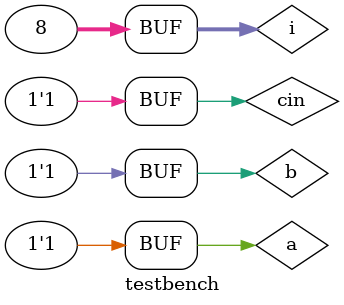
<source format=v>
module testbench; 

   reg a;
	reg b;
	reg cin; 


	wire  sum, cout;
	integer i; 

	
	fa u0(.a(a), .b(b), .cin(cin), .sum(sum), .cout(cout));

    
   initial begin
			
		a <= 0;
		b <= 0;
	 
		$monitor(" a=%0b b=%0b cin=%0b sum=%0b cout=%0b", a, b, cin, sum, cout);
		for (i = 0; i < 8; i = i + 1) begin
				{a, b, cin} = i;
				#10;
		end     
    end 
endmodule
</source>
